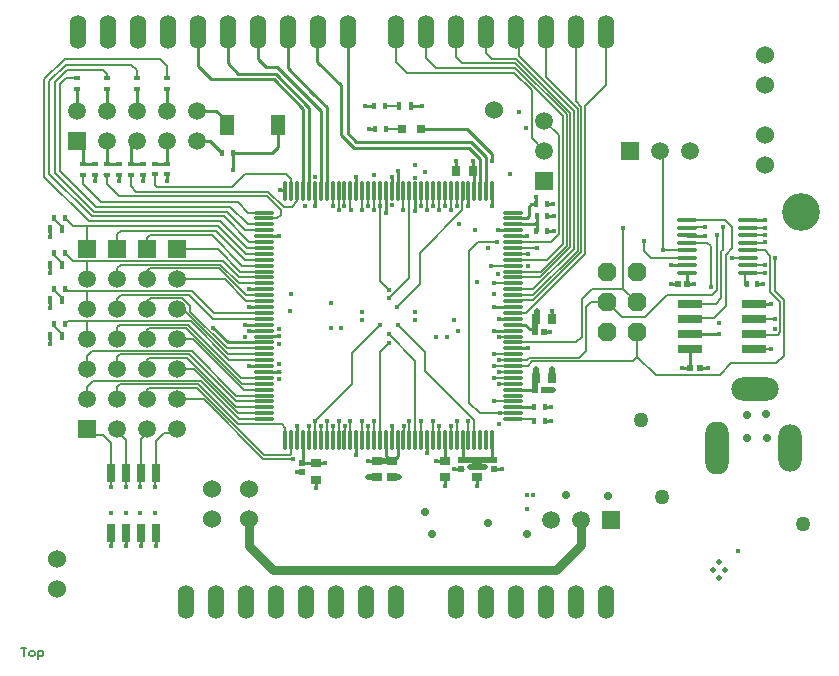
<source format=gtl>
%FSTAX25Y25*%
%MOIN*%
G70*
G01*
G75*
G04 Layer_Physical_Order=1*
G04 Layer_Color=255*
%ADD10O,0.01181X0.07087*%
%ADD11O,0.07087X0.01181*%
%ADD12O,0.07284X0.01378*%
%ADD13R,0.08071X0.02756*%
%ADD14R,0.01772X0.02165*%
%ADD15R,0.03150X0.03150*%
%ADD16R,0.01575X0.02559*%
%ADD17R,0.02992X0.06299*%
%ADD18R,0.04528X0.06693*%
%ADD19R,0.02165X0.01772*%
%ADD20R,0.02756X0.03543*%
%ADD21R,0.03543X0.02756*%
%ADD22R,0.02047X0.02047*%
%ADD23R,0.02047X0.02047*%
%ADD24C,0.00669*%
%ADD25C,0.00700*%
%ADD26C,0.01000*%
%ADD27C,0.03000*%
%ADD28C,0.00591*%
%ADD29C,0.00500*%
%ADD30C,0.02000*%
%ADD31C,0.06000*%
%ADD32O,0.07874X0.17716*%
%ADD33O,0.07874X0.15748*%
%ADD34O,0.15748X0.07874*%
%ADD35R,0.05906X0.05906*%
%ADD36C,0.05906*%
%ADD37R,0.05906X0.05906*%
%ADD38P,0.06711X8X112.5*%
%ADD39O,0.05600X0.11200*%
%ADD40C,0.12600*%
%ADD41C,0.01969*%
%ADD42C,0.01600*%
%ADD43C,0.02800*%
%ADD44C,0.01595*%
%ADD45C,0.05000*%
D10*
X018821Y0163924D02*
D03*
X0190179D02*
D03*
X0192147D02*
D03*
X0194116D02*
D03*
X0196084D02*
D03*
X0198053D02*
D03*
X0200021D02*
D03*
X020199D02*
D03*
X0203958D02*
D03*
X0205927D02*
D03*
X0207895D02*
D03*
X0209864D02*
D03*
X0211832D02*
D03*
X0213801D02*
D03*
X0215769D02*
D03*
X0217738D02*
D03*
X0219706D02*
D03*
X0221675D02*
D03*
X0223643D02*
D03*
X0225612D02*
D03*
X022758D02*
D03*
X0229549D02*
D03*
X0231517D02*
D03*
X0233486D02*
D03*
X0235454D02*
D03*
X0237423D02*
D03*
X0239391D02*
D03*
X024136D02*
D03*
X0243328D02*
D03*
X0245297D02*
D03*
X0247265D02*
D03*
X0249234D02*
D03*
X0251202D02*
D03*
X0253171D02*
D03*
X0255139D02*
D03*
X0257108D02*
D03*
Y0246994D02*
D03*
X0255139D02*
D03*
X0253171D02*
D03*
X0251202D02*
D03*
X0249234D02*
D03*
X0247265D02*
D03*
X0245297D02*
D03*
X0243328D02*
D03*
X024136D02*
D03*
X0239391D02*
D03*
X0237423D02*
D03*
X0235454D02*
D03*
X0233486D02*
D03*
X0231517D02*
D03*
X0229549D02*
D03*
X022758D02*
D03*
X0225612D02*
D03*
X0223643D02*
D03*
X0221675D02*
D03*
X0219706D02*
D03*
X0217738D02*
D03*
X0215769D02*
D03*
X0213801D02*
D03*
X0211832D02*
D03*
X0209864D02*
D03*
X0207895D02*
D03*
X0205927D02*
D03*
X0203958D02*
D03*
X020199D02*
D03*
X0200021D02*
D03*
X0198053D02*
D03*
X0196084D02*
D03*
X0194116D02*
D03*
X0192147D02*
D03*
X0190179D02*
D03*
X018821D02*
D03*
D11*
X0264194Y017101D02*
D03*
Y0172979D02*
D03*
Y0174947D02*
D03*
Y0176916D02*
D03*
Y0178884D02*
D03*
Y0180853D02*
D03*
Y0182821D02*
D03*
Y018479D02*
D03*
Y0186758D02*
D03*
Y0188727D02*
D03*
Y0190695D02*
D03*
Y0192664D02*
D03*
Y0194632D02*
D03*
Y0196601D02*
D03*
Y0198569D02*
D03*
Y0200538D02*
D03*
Y0202506D02*
D03*
Y0204475D02*
D03*
Y0206443D02*
D03*
Y0208412D02*
D03*
Y021038D02*
D03*
Y0212349D02*
D03*
Y0214317D02*
D03*
Y0216286D02*
D03*
Y0218254D02*
D03*
Y0220223D02*
D03*
Y0222191D02*
D03*
Y022416D02*
D03*
Y0226128D02*
D03*
Y0228097D02*
D03*
Y0230065D02*
D03*
Y0232034D02*
D03*
Y0234002D02*
D03*
Y0235971D02*
D03*
Y0237939D02*
D03*
Y0239908D02*
D03*
X0181124D02*
D03*
Y0237939D02*
D03*
Y0235971D02*
D03*
Y0234002D02*
D03*
Y0232034D02*
D03*
Y0230065D02*
D03*
Y0228097D02*
D03*
Y0226128D02*
D03*
Y022416D02*
D03*
Y0222191D02*
D03*
Y0220223D02*
D03*
Y0218254D02*
D03*
Y0216286D02*
D03*
Y0214317D02*
D03*
Y0212349D02*
D03*
Y021038D02*
D03*
Y0208412D02*
D03*
Y0206443D02*
D03*
Y0204475D02*
D03*
Y0202506D02*
D03*
Y0200538D02*
D03*
Y0198569D02*
D03*
Y0196601D02*
D03*
Y0194632D02*
D03*
Y0192664D02*
D03*
Y0190695D02*
D03*
Y0188727D02*
D03*
Y0186758D02*
D03*
Y018479D02*
D03*
Y0182821D02*
D03*
Y0180853D02*
D03*
Y0178884D02*
D03*
Y0176916D02*
D03*
Y0174947D02*
D03*
Y0172979D02*
D03*
Y017101D02*
D03*
D12*
X0342421Y0219892D02*
D03*
Y0222392D02*
D03*
Y0224892D02*
D03*
Y0227392D02*
D03*
Y0229892D02*
D03*
Y0232392D02*
D03*
Y0234892D02*
D03*
Y0237392D02*
D03*
X0321949Y0219892D02*
D03*
Y0222392D02*
D03*
Y0224892D02*
D03*
Y0227392D02*
D03*
Y0229892D02*
D03*
Y0232392D02*
D03*
Y0234892D02*
D03*
Y0237392D02*
D03*
D13*
X0344304Y0194506D02*
D03*
Y0199505D02*
D03*
Y0204505D02*
D03*
Y0209506D02*
D03*
X0323241Y0194506D02*
D03*
Y0199505D02*
D03*
Y0204505D02*
D03*
Y0209506D02*
D03*
D14*
X021811Y0267717D02*
D03*
X0221654D02*
D03*
X022126Y0275492D02*
D03*
X0217717D02*
D03*
X0342028Y0215945D02*
D03*
X0345571D02*
D03*
X0271928Y02387D02*
D03*
X0275472D02*
D03*
X0275372Y02336D02*
D03*
X0271828D02*
D03*
X0271228Y0175D02*
D03*
X0274772D02*
D03*
X0271228Y01703D02*
D03*
X0274772D02*
D03*
X02718Y02426D02*
D03*
X0275343D02*
D03*
X0167126Y0259744D02*
D03*
X0170669D02*
D03*
X0111221Y0238189D02*
D03*
X0114764D02*
D03*
X0111221Y0226378D02*
D03*
X0114764D02*
D03*
X0111221Y0214567D02*
D03*
X0114764D02*
D03*
X0111221Y0202756D02*
D03*
X0114764D02*
D03*
D15*
X0226965Y0267717D02*
D03*
X0233465D02*
D03*
D16*
X0113878Y0234252D02*
D03*
X0109744D02*
D03*
X0226083Y0275492D02*
D03*
X0230217D02*
D03*
X0109744Y0198819D02*
D03*
X0113878D02*
D03*
Y021063D02*
D03*
X0109744D02*
D03*
Y0222441D02*
D03*
X0113878D02*
D03*
D17*
X0130079Y0152913D02*
D03*
Y0132913D02*
D03*
X0135079Y0152913D02*
D03*
Y0132913D02*
D03*
X0140079Y0152913D02*
D03*
Y0132913D02*
D03*
X0145079Y0152913D02*
D03*
Y0132913D02*
D03*
D18*
X0185827Y0268996D02*
D03*
X0168701D02*
D03*
D19*
X01487Y0284772D02*
D03*
Y0281228D02*
D03*
X01387Y0284772D02*
D03*
Y0281228D02*
D03*
X01287Y0284772D02*
D03*
Y0281228D02*
D03*
X01187Y0284772D02*
D03*
Y0281228D02*
D03*
X01246Y0256072D02*
D03*
Y0252528D02*
D03*
X01326Y0256072D02*
D03*
Y0252528D02*
D03*
X01406Y0256043D02*
D03*
Y02525D02*
D03*
X01487Y0256143D02*
D03*
Y02526D02*
D03*
X01206Y0256072D02*
D03*
Y0252528D02*
D03*
X01286Y0256072D02*
D03*
Y0252528D02*
D03*
X01366Y0256043D02*
D03*
Y02525D02*
D03*
X01447Y0256143D02*
D03*
Y02526D02*
D03*
D20*
X0271644Y01849D02*
D03*
X0277156D02*
D03*
X0250656Y02539D02*
D03*
X0245144D02*
D03*
X0277156Y02043D02*
D03*
X0271644D02*
D03*
D21*
X02414Y0157156D02*
D03*
Y0151644D02*
D03*
X02187Y0157156D02*
D03*
Y0151644D02*
D03*
X02522Y0157156D02*
D03*
Y0151644D02*
D03*
X01985Y0156356D02*
D03*
Y0150844D02*
D03*
X02236Y0151644D02*
D03*
Y0157156D02*
D03*
D22*
X0274575Y02002D02*
D03*
X0271425D02*
D03*
X0274475Y01808D02*
D03*
X0271325D02*
D03*
X0323198Y0188206D02*
D03*
X0326347D02*
D03*
X0322074Y0215999D02*
D03*
X0318924D02*
D03*
D23*
X02468Y0154325D02*
D03*
Y0157475D02*
D03*
X01939Y0153325D02*
D03*
Y0156475D02*
D03*
X02579Y0154325D02*
D03*
Y0157475D02*
D03*
D24*
X0115354Y02875D02*
X01274D01*
X01114Y0283546D02*
X0115354Y02875D01*
X01114Y0253167D02*
Y0283546D01*
X0114961Y0289173D02*
X0136827D01*
X0109565Y0283778D02*
X0114961Y0289173D01*
X0109565Y0252639D02*
Y0283778D01*
X0114722Y02911D02*
X01463D01*
X0107874Y0284252D02*
X0114722Y02911D01*
X0107874Y025187D02*
Y0284252D01*
X0114988Y0284772D02*
X01187D01*
X01131Y0282884D02*
X0114988Y0284772D01*
X01131Y0253829D02*
Y0282884D01*
X0144882Y0152717D02*
X0145079Y0152913D01*
X0144882Y0148425D02*
Y0152717D01*
X01222Y0235433D02*
X0165748D01*
X011752D02*
X01222D01*
X0114764Y0238189D02*
X011752Y0235433D01*
X0187598Y0241831D02*
X0190331D01*
X01867Y02391D02*
Y0240761D01*
X0182185Y0245276D02*
X01867Y0240761D01*
X0132624Y0245276D02*
X0182185D01*
X0143209Y0232283D02*
X0163779D01*
X01422Y0231275D02*
X0143209Y0232283D01*
X01422Y02276D02*
Y0231275D01*
X0182579Y024685D02*
X0187598Y0241831D01*
X013855Y024685D02*
X0182579D01*
X0136827Y0289173D02*
X01387Y02873D01*
X0175643Y0235971D02*
X0181124D01*
X0169882Y0241732D02*
X0175643Y0235971D01*
X0125197Y0241732D02*
X0169882D01*
X0174758Y0234002D02*
X0181124D01*
X0168602Y0240158D02*
X0174758Y0234002D01*
X0124409Y0240158D02*
X0168602D01*
X0176234Y0230065D02*
X0181124D01*
X0175446Y0228097D02*
X0181124D01*
X01131Y0253829D02*
X0125197Y0241732D01*
X01114Y0253167D02*
X0124409Y0240158D01*
X01286Y02493D02*
X0132624Y0245276D01*
X01366Y02488D02*
X013855Y024685D01*
X0170425Y0248425D02*
X01748Y02528D01*
X0145275Y0248425D02*
X0170425D01*
X01447Y0249D02*
X0145275Y0248425D01*
X0172277Y0243307D02*
X0175677Y0239908D01*
X0126593Y0243307D02*
X0172277D01*
X01206Y02493D02*
X0126593Y0243307D01*
X0165748Y0235433D02*
X0175053Y0226128D01*
X0164961Y0233858D02*
X0174659Y022416D01*
X0133358Y0233858D02*
X0164961D01*
X01322Y02327D02*
X0133358Y0233858D01*
X0163779Y0232283D02*
X0173872Y0222191D01*
X0175053Y0226128D02*
X0181124D01*
X0174659Y022416D02*
X0181124D01*
X0173872Y0222191D02*
X0181124D01*
X0173084Y0220223D02*
X0181124D01*
X0165707Y02276D02*
X0173084Y0220223D01*
X01522Y02276D02*
X0165707D01*
X0264194Y0228097D02*
X0272082D01*
X0264194Y0226128D02*
X0269159D01*
X01287Y0284772D02*
Y02862D01*
X01274Y02875D02*
X01287Y02862D01*
X01487Y0284772D02*
Y02887D01*
X01387Y0284772D02*
Y02873D01*
X01286Y02493D02*
Y0252528D01*
X0185539Y0237939D02*
X01867Y02391D01*
X0181124Y0237939D02*
X0185539D01*
X0190331Y0241831D02*
X0192147Y0243647D01*
Y0246994D01*
X0188579Y02528D02*
X0190179Y02512D01*
Y0246994D02*
Y02512D01*
X01748Y02528D02*
X0188579D01*
X01206Y02493D02*
Y0252528D01*
X0175677Y0239908D02*
X0181124D01*
X01463Y02911D02*
X01487Y02887D01*
X01366Y02488D02*
Y02525D01*
X01447Y0249D02*
Y02526D01*
X01322Y02276D02*
Y02327D01*
X0121063Y0228737D02*
X01222Y02276D01*
Y0235433D01*
X0167717Y0238583D02*
X0176234Y0230065D01*
X0166535Y0237008D02*
X0175446Y0228097D01*
X0109565Y0252639D02*
X0123622Y0238583D01*
X0167717D01*
X0107874Y025187D02*
X0122736Y0237008D01*
X0166535D01*
X022126Y0275492D02*
X0226083D01*
X0221654Y0267717D02*
X022726D01*
X0227358Y0267618D01*
X0342421Y0229892D02*
X0347581D01*
X0347933Y0230244D01*
X0307776Y0227165D02*
Y0230315D01*
Y0227165D02*
X0310049Y0224892D01*
X0321949D01*
X0342421Y0222392D02*
X0347884D01*
X0347933Y0222342D01*
D25*
X03055Y0191819D02*
X0311591Y0185728D01*
X03055Y0191819D02*
Y02D01*
X0311591Y0185728D02*
X0332972D01*
X0266085Y0291986D02*
X0284413Y0273658D01*
X0275Y0285039D02*
X0285652Y0274387D01*
X0285Y0277008D02*
X0286891Y0275116D01*
X0265118Y02912D02*
X0283173Y0273145D01*
X0264865Y02897D02*
X0281934Y0272632D01*
X0264813Y0288D02*
X0280629Y0272184D01*
X0274508Y0270492D02*
X0279389Y0265611D01*
X0285Y0277008D02*
Y03D01*
X0275Y0285039D02*
Y03D01*
X0270374Y0264626D02*
Y0280686D01*
X0264544Y0286516D02*
X0270374Y0280686D01*
X0228584Y0286516D02*
X0264544D01*
X02385Y0288D02*
X0264813D01*
X02472Y02897D02*
X0264865D01*
X0257Y02912D02*
X0265118D01*
X0266085Y0291986D02*
Y0298915D01*
X0270374Y0264626D02*
X0274508Y0260492D01*
X0264194Y021038D02*
X0264404Y021059D01*
X0225Y02901D02*
X0228584Y0286516D01*
X0264194Y0190695D02*
X0268701D01*
X0259301Y0190695D02*
X0264194D01*
X0225Y02901D02*
Y03D01*
X0235Y02915D02*
X02385Y0288D01*
X0235Y02915D02*
Y03D01*
X0245Y02919D02*
X02472Y02897D01*
X0245Y02919D02*
Y03D01*
X0255Y02932D02*
X0257Y02912D01*
X0255Y02932D02*
Y03D01*
X0265D02*
X0266085Y0298915D01*
X0264194Y022416D02*
X0264235Y02242D01*
X0264194Y0188727D02*
X0269042D01*
X0270571Y0190256D01*
X0257801Y0188758D02*
X0264226D01*
X033703Y0224803D02*
X0342333D01*
X0342421Y0224892D01*
X0344326Y0204528D02*
X0351378D01*
X0344304Y0204505D02*
X0344326Y0204528D01*
X0268701Y0190695D02*
X0269501Y0191495D01*
X0332972Y0185728D02*
X033691Y0189665D01*
X0323241Y0204505D02*
X0323633Y0204898D01*
X0314301Y0227392D02*
X0321949D01*
X0314173Y0227264D02*
X0314301Y0227392D01*
X0323241Y0209506D02*
X0331588D01*
X0257801Y0192695D02*
X0264226D01*
X0334941Y0225886D02*
X0337106Y0228051D01*
Y0235138D01*
X0321949Y0237392D02*
X0334852D01*
X0337106Y0235138D01*
X0342471Y0234842D02*
X0347933D01*
X0342421Y0234892D02*
X0342471Y0234842D01*
X0342421Y0232392D02*
X034251Y023248D01*
X0347933D01*
X0314173Y0227264D02*
X0314189Y022728D01*
Y025959D01*
X0313248Y0260531D02*
X0314189Y025959D01*
X0321998Y0234941D02*
X0327953D01*
X0321949Y0234892D02*
X0321998Y0234941D01*
X0264194Y0196601D02*
X0285184D01*
X0269501Y0191495D02*
X028618D01*
X0285184Y0196601D02*
X0287008Y0198425D01*
Y0211122D01*
X028618Y0191495D02*
X0288484Y0193799D01*
Y0208366D01*
X0290118Y021D01*
X02955D01*
X0270571Y0190256D02*
X0303937D01*
X03055Y0191819D01*
X0307972Y020502D02*
X0315354Y0212402D01*
X0333957Y0227559D02*
Y0234252D01*
X0331588Y0209506D02*
X0333366Y0211283D01*
Y0226969D01*
X0333957Y0227559D01*
X0342421Y0219892D02*
X0347923D01*
X0347933Y0219882D01*
X033691Y0189665D02*
X035187D01*
X0354387Y0192183D01*
X0323633Y0204898D02*
X0331079D01*
X0334941Y020876D01*
Y0225886D01*
X0315354Y0212402D02*
X0330413D01*
X0331977Y0213965D01*
Y0232579D01*
X0341437Y021565D02*
X0341545Y0215758D01*
Y0219892D01*
X0288131Y0275532D02*
X0295Y0282402D01*
Y03D01*
X0264194Y0206443D02*
X0268451D01*
X0288131Y0226123D02*
Y0275532D01*
X0268451Y0206443D02*
X0288131Y0226123D01*
X0286891Y0226712D02*
Y0275116D01*
X0264404Y021059D02*
X0270769D01*
X0285652Y0227225D02*
Y0274387D01*
X0264194Y0212349D02*
X0270776D01*
X0270769Y021059D02*
X0286891Y0226712D01*
X0270776Y0212349D02*
X0285652Y0227225D01*
X0284413Y0227818D02*
Y0273658D01*
X0264194Y0214317D02*
X0270912D01*
X0283173Y0228369D02*
Y0273145D01*
X0264194Y0218254D02*
X0273058D01*
X0281934Y0228883D02*
Y0272632D01*
X0264194Y0220223D02*
X0273274D01*
X0270912Y0214317D02*
X0284413Y0227818D01*
X0273058Y0218254D02*
X0283173Y0228369D01*
X0273274Y0220223D02*
X0281934Y0228883D01*
X0264235Y02242D02*
X027548D01*
X0280629Y0229349D01*
Y0272184D01*
X0264194Y0230065D02*
X0276621D01*
X0279389Y0232834D01*
Y0265611D01*
X0287008Y0211122D02*
X0290453Y0214567D01*
X0300689D01*
Y0234842D01*
Y0214567D02*
X0305256Y021D01*
X03055D01*
X02955D02*
X030048Y020502D01*
X0307972D01*
X0354387Y0192183D02*
Y0210672D01*
X0351378Y0213681D02*
X0354387Y0210672D01*
X0351378Y0213681D02*
Y0224705D01*
D26*
X0345571Y0215945D02*
X0347399D01*
X0211122Y0261319D02*
X0249431D01*
X0206693Y0265748D02*
X0211122Y0261319D01*
X0206693Y0265748D02*
Y0282283D01*
X0209Y0266394D02*
Y03D01*
Y0266394D02*
X021191Y0263484D01*
X0250197D01*
X0198917Y0290059D02*
X0206693Y0282283D01*
X0130079Y0128661D02*
Y0132913D01*
X0135079Y0128661D02*
Y0132913D01*
X0140079Y0128661D02*
Y0132913D01*
X0145079Y0128661D02*
Y0132913D01*
X0109744Y0231594D02*
Y0234252D01*
Y0219783D02*
Y0222441D01*
Y0207972D02*
Y021063D01*
Y0196161D02*
Y0198819D01*
X0168936Y0196601D02*
X0181124D01*
X0164061Y0201476D02*
X0168936Y0196601D01*
X0170669Y0254134D02*
Y0259744D01*
X0183661D01*
X0185827Y026191D01*
Y0268996D01*
X016307Y02638D02*
X0167126Y0259744D01*
X01587Y02638D02*
X016307D01*
X0168701Y0268996D02*
Y0270276D01*
X0165176Y02738D02*
X0168701Y0270276D01*
X01587Y02738D02*
X0165176D01*
X0198917Y0299917D02*
X0199Y03D01*
X0198917Y0290059D02*
Y0299917D01*
X020199Y0246994D02*
Y0274967D01*
X0197461Y0279496D02*
X020199Y0274967D01*
X0197461Y0279496D02*
Y0279539D01*
X0189Y0288D02*
X0197461Y0279539D01*
X0200021Y0246994D02*
Y0273601D01*
X0185322Y02883D02*
X0200021Y0273601D01*
X0249431Y0261319D02*
X0253171Y0257579D01*
Y0246994D02*
Y0257579D01*
X019813Y0150984D02*
X0198425Y0150689D01*
Y014813D02*
Y0150689D01*
Y014813D02*
X01985Y0148205D01*
X01819Y02883D02*
X0185322D01*
X0196084Y0246994D02*
Y027488D01*
X0184941Y0286024D02*
X0196084Y027488D01*
X0172576Y0286024D02*
X0184941D01*
X0169Y02896D02*
X0172576Y0286024D01*
X018435Y0284252D02*
X0194116Y0274487D01*
X0163548Y0284252D02*
X018435D01*
X0159Y02888D02*
X0163548Y0284252D01*
X0194116Y0246994D02*
Y0274487D01*
X0198Y0246942D02*
X0198053Y0246994D01*
X0198Y02422D02*
Y0246942D01*
X02236Y0246954D02*
Y02518D01*
Y0246954D02*
X0223602Y0246953D01*
X0221685Y0239785D02*
Y0246984D01*
X02216Y02397D02*
X0221685Y0239785D01*
X0320472Y0188206D02*
X0323198D01*
X02444Y015435D02*
X0244425Y0154325D01*
X02473D01*
X02574D02*
X0260275D01*
X02603Y01543D01*
X0274772Y01703D02*
X02769D01*
X0274772Y0175D02*
X02769D01*
X0264194Y0174947D02*
X0264247Y0175D01*
X0271228D01*
X0259Y0234D02*
X0259002Y0234002D01*
X02694Y02388D02*
Y02418D01*
X02702Y02426D02*
X02718D01*
X02694Y02418D02*
X02702Y02426D01*
X0271871Y0235971D02*
X0272Y02361D01*
X0275372Y02336D02*
X02776D01*
X0275472Y02387D02*
X02777D01*
X0271828Y02336D02*
X0272Y0233772D01*
Y02361D01*
X0271928Y02387D02*
X0272Y0238628D01*
Y02361D02*
Y0238628D01*
X0268628Y0238028D02*
X02694Y02388D01*
X0264283Y0238028D02*
X0268628D01*
X0275343Y02426D02*
X0277572D01*
X0326347Y0188206D02*
X0329072D01*
X0264163Y0208443D02*
X0264194Y0208412D01*
X0257801Y0208443D02*
X0264163D01*
X0257108Y0242101D02*
Y0246994D01*
X0181155Y0232065D02*
X0186049D01*
X0211811Y0159031D02*
Y0163945D01*
X0241297Y0247015D02*
X0241318Y0247036D01*
X0264194Y0232034D02*
X02686D01*
X0264194Y0194632D02*
X0269088D01*
X0176198Y020838D02*
X0181092D01*
X0176198Y0200506D02*
X0181092D01*
X0211832Y0246994D02*
Y0251888D01*
X0211811Y0163945D02*
X0211832Y0163924D01*
X0235465Y01596D02*
Y0163934D01*
X0159Y02888D02*
Y03D01*
X0169Y02896D02*
Y03D01*
X0179Y02912D02*
Y03D01*
X017623Y0214317D02*
X0181124D01*
X0223685Y0163965D02*
Y0168859D01*
X0221675Y0158825D02*
Y0163924D01*
X0225602Y01588D02*
Y0163913D01*
X0192147Y0163924D02*
Y0168817D01*
X0191925Y0153325D02*
X019195Y01533D01*
X0191925Y0153325D02*
X01939D01*
X019195Y01533D02*
X0192D01*
X0221675Y0158825D02*
X0223Y01575D01*
X0224302D02*
X0225602Y01588D01*
X02384Y01572D02*
X0238444Y0157156D01*
X02414D01*
Y0163883D01*
X024136Y0163924D02*
X02414Y0163883D01*
Y0148688D02*
Y0151644D01*
X0241356Y0148644D02*
X02414Y0148688D01*
X0176273Y0188727D02*
X0181124D01*
X01762Y01888D02*
X0176273Y0188727D01*
X0180033Y0186758D02*
X0181124D01*
X0186458D01*
X01865Y02474D02*
X0187805D01*
X018821Y0246994D01*
X0225622Y0247036D02*
Y025343D01*
X022557Y0247036D02*
X0225622D01*
X0231507Y0240559D02*
Y0246984D01*
X0221612Y0246974D02*
X0221633Y0246953D01*
X0257838Y0200538D02*
X0264194D01*
X02578Y02005D02*
X0257838Y0200538D01*
X02157Y0151688D02*
X0215744Y0151644D01*
X02157Y01572D02*
X0215744Y0157156D01*
X02187D01*
X0223Y01575D02*
X0224302D01*
X0194019Y0156356D02*
X01985D01*
X0201544D01*
X0181124Y0198569D02*
X0181154Y01986D01*
X01862D01*
X0247265Y0158109D02*
Y0163924D01*
X0257108Y0158483D02*
Y0163924D01*
X02522Y01489D02*
Y0151644D01*
X0256125Y01575D02*
X0257108Y0158483D01*
X0271272Y0180853D02*
X0271325Y01808D01*
X0264194Y0202506D02*
X0268094D01*
X0269587Y0201013D01*
X0270613D01*
X0271425Y02002D02*
Y02002D01*
X0270613Y0201013D02*
X02714Y0200225D01*
X0264194Y0180853D02*
X0271325D01*
X0249234Y0242101D02*
Y0246994D01*
X0251202D02*
Y0253354D01*
X0250656Y02539D02*
X0251202Y0253354D01*
X0245144Y02539D02*
Y0257156D01*
X0259325Y0204475D02*
X0264194D01*
X0277156Y02043D02*
Y0207244D01*
X0274575Y02002D02*
X02764D01*
X02577Y02126D02*
Y02127D01*
X01187Y02738D02*
Y0281228D01*
X01287Y02738D02*
Y0281228D01*
X01387Y02738D02*
Y0281228D01*
X01487Y02738D02*
Y0281228D01*
X01187Y02638D02*
X01206Y02619D01*
Y0256072D02*
Y02619D01*
X01487Y02634D02*
X01496Y02643D01*
X01487Y0256143D02*
Y02634D01*
Y02638D01*
X01389Y02636D02*
X01396Y02643D01*
X01369Y0256343D02*
Y0262D01*
X01387Y02638D01*
X01366Y0256043D02*
X01369Y0256343D01*
X01447Y0256143D02*
X01487D01*
X01366Y0256043D02*
X01406D01*
X01286Y0256072D02*
X01326D01*
X01286Y02633D02*
X01296Y02643D01*
X01206Y0256072D02*
X01246D01*
X01286D02*
Y02633D01*
X01445Y02524D02*
X01447Y02526D01*
X01487Y0250472D02*
Y02526D01*
X01406Y0250372D02*
Y02525D01*
X01326Y02504D02*
Y0252528D01*
X01246Y02504D02*
Y0252528D01*
X01279Y0252647D02*
X01284Y0252147D01*
X0174688Y0202496D02*
X0181113D01*
X0194116Y0156691D02*
Y0163924D01*
X01939Y0156475D02*
X0194116Y0156691D01*
X0250656Y02539D02*
Y0257156D01*
X0189Y0288D02*
Y03D01*
X0179Y02912D02*
X01819Y02883D01*
X02718Y02426D02*
Y0245031D01*
X0271752Y0245079D02*
X02718Y0245031D01*
X0216043Y0267717D02*
X021811D01*
X0227358Y0267618D02*
X0227854D01*
X0250197Y0263484D02*
X0255139Y0258542D01*
Y0246994D02*
Y0258542D01*
X0248819Y0267618D02*
X0257185Y0259252D01*
Y0257185D02*
Y0259252D01*
X0214764Y0275492D02*
X0217717D01*
X0230217D02*
X0233661D01*
X0233858Y0267618D02*
X0248819D01*
X0344304Y0209506D02*
X0344346Y0209547D01*
X0350197D01*
X0322074Y0215999D02*
X0324453D01*
X0324508Y0215945D01*
X0321949Y0219892D02*
X0322172Y0219668D01*
Y0215802D02*
Y0219668D01*
X0316732Y0216043D02*
X0316776Y0215999D01*
X0318924D01*
X0332675Y0199505D02*
X0332677Y0199508D01*
X0323241Y0199505D02*
X0332675D01*
X0323198Y0188206D02*
Y0194462D01*
X0323241Y0194506D01*
X0322155Y0232185D02*
X0327953D01*
X0321949Y0232392D02*
X0322155Y0232185D01*
X0342421Y0237392D02*
X0347923D01*
X0347933Y0237402D01*
X0259002Y0234002D02*
X0264194D01*
Y0235971D02*
X0271871D01*
X0316781Y0222392D02*
X0321949D01*
X0316732Y0222441D02*
X0316781Y0222392D01*
D27*
X0175984Y012874D02*
X0183924Y01208D01*
X02784D01*
X0175984Y012874D02*
Y0137795D01*
X02867Y01291D02*
Y01375D01*
X02784Y01208D02*
X02867Y01291D01*
D28*
X0127559Y0165748D02*
X0130079Y0163228D01*
X0124052Y0165748D02*
X0127559D01*
X01222Y01676D02*
X0124052Y0165748D01*
X0129921Y0148425D02*
Y0152756D01*
X0150939Y0166339D02*
X01522Y01676D01*
X0147638Y0166339D02*
X0150939D01*
X0145079Y0163779D02*
X0147638Y0166339D01*
X0145079Y0152717D02*
Y0163779D01*
X0130079Y0152756D02*
Y0163228D01*
D29*
X0139764Y0152598D02*
X0140079Y0152913D01*
X0139764Y0148425D02*
Y0152598D01*
X0135079Y0148425D02*
Y0152913D01*
X0135039Y0148425D02*
X0135079Y0148465D01*
X0140079Y0164488D02*
X01422Y0166609D01*
Y01676D01*
X0140079Y0152913D02*
Y0164488D01*
X0135079Y0152913D02*
Y0164134D01*
X01322Y0167013D02*
X0135079Y0164134D01*
X01322Y0167013D02*
Y01676D01*
X0117421Y0223721D02*
X0122343D01*
X0114764Y0226378D02*
X0117421Y0223721D01*
X0114764Y0214567D02*
X0115631Y02137D01*
X0111221Y0237598D02*
X0113878Y0234941D01*
X0111221Y0225787D02*
X0113878Y022313D01*
X0111221Y0213976D02*
X0113878Y0211319D01*
X0111221Y0202165D02*
Y0202756D01*
Y0202165D02*
X0113878Y0199508D01*
Y0198819D02*
Y0199508D01*
X0115608Y02036D02*
X0122047D01*
X0114764Y0202756D02*
X0115608Y02036D01*
X0143317Y0211417D02*
X0153742D01*
X0168655Y0194632D02*
X0181124D01*
X0169049Y0192664D02*
X0181124D01*
X0154113Y02076D02*
X0169049Y0192664D01*
X01522Y02076D02*
X0154113D01*
X0209941Y0240647D02*
Y0240748D01*
X0209895Y0240601D02*
X0209941Y0240647D01*
X0158957Y0182677D02*
X0172348Y0169286D01*
X0133177Y0182677D02*
X0158957D01*
X01322Y01817D02*
X0133177Y0182677D01*
X0159941Y018376D02*
X0172691Y017101D01*
X012416Y018376D02*
X0159941D01*
X01222Y01818D02*
X012416Y018376D01*
X0142798Y0181398D02*
X0158661D01*
X01422Y01808D02*
X0142798Y0181398D01*
X0172348Y0169286D02*
X0187114D01*
X0189855Y0159055D02*
X0190179Y0159379D01*
X0156988Y0193799D02*
X0171903Y0178884D01*
X0123899Y0193799D02*
X0156988D01*
X01222Y01921D02*
X0123899Y0193799D01*
X0155709Y0202559D02*
X0173478Y018479D01*
X0133159Y0202559D02*
X0155709D01*
X01322Y02016D02*
X0133159Y0202559D01*
X0155118Y0201476D02*
X0173773Y0182821D01*
X0142876Y0201476D02*
X0155118D01*
X01422Y02008D02*
X0142876Y0201476D01*
X0173478Y018479D02*
X0181124D01*
X0173773Y0182821D02*
X0181124D01*
X0156102Y02125D02*
X0164128Y0204475D01*
X0133465Y02125D02*
X0156102D01*
X01322Y0211235D02*
X0133465Y02125D01*
X01322Y02076D02*
Y0211235D01*
X0164128Y0204475D02*
X0181124D01*
X01422Y02103D02*
X0143317Y0211417D01*
X0167379Y0223721D02*
X0172846Y0218254D01*
X0122343Y0223721D02*
X0167379D01*
X017525Y021038D02*
X0181124D01*
X016803Y02176D02*
X017525Y021038D01*
X01522Y02176D02*
X016803D01*
X0175053Y0212349D02*
X0181124D01*
X0165945Y0221457D02*
X0175053Y0212349D01*
X0166535Y0222539D02*
X0172789Y0216286D01*
X0133289Y0222539D02*
X0166535D01*
X01322Y022145D02*
X0133289Y0222539D01*
X0172789Y0216286D02*
X0181124D01*
X0133066Y0192717D02*
X0156102D01*
X01322Y019185D02*
X0133066Y0192717D01*
X0156102D02*
X0171903Y0176916D01*
X0181124D01*
X0155315Y0191535D02*
X0171903Y0174947D01*
X0142835Y0191535D02*
X0155315D01*
X0171903Y0174947D02*
X0181124D01*
X0115631Y02137D02*
X01572D01*
X0164457Y0206443D01*
X01422Y01909D02*
X0142835Y0191535D01*
X0190691Y0157809D02*
X01908Y01577D01*
X0169541Y0190695D02*
X0181124D01*
X0156636Y02036D02*
X0169541Y0190695D01*
X0122047Y02036D02*
X0156636D01*
X0174318Y01808D02*
X0181071D01*
X0157518Y01976D02*
X0174318Y01808D01*
X01522Y01976D02*
X0157518D01*
X0171903Y0178884D02*
X0181124D01*
X0172691Y017101D02*
X0181124D01*
X0172297Y0172979D02*
X0181124D01*
X0157676Y01876D02*
X0172297Y0172979D01*
X01522Y01876D02*
X0157676D01*
X01522Y01776D02*
X0160983D01*
X0264194Y0222254D02*
X0264215D01*
X02567Y02222D02*
X0256709Y0222191D01*
X0264194D01*
X0252921Y0172979D02*
X0264194D01*
X02494Y01765D02*
X0252921Y0172979D01*
X02523Y02301D02*
X02588D01*
X02494Y02272D02*
X02523Y02301D01*
X02709Y0170728D02*
X0270939Y017069D01*
X0264194Y017101D02*
X0271228D01*
X0257769Y0216286D02*
X0264194D01*
X0257769Y0176916D02*
X0264194D01*
X0259301Y0182821D02*
X0264194D01*
X0257801Y0184821D02*
X0264226D01*
X0259259Y0186717D02*
X0264153D01*
X0222659Y0199459D02*
X0231565Y0190554D01*
X0219659Y0163971D02*
Y0193559D01*
X0222659Y0196559D01*
Y0211341D02*
X0229549Y0218231D01*
Y0246994D01*
X0219706Y0217194D02*
X0222659Y0214241D01*
X0219706Y0217194D02*
Y0242101D01*
X0198063Y0170359D02*
X02105Y0182796D01*
Y0193224D01*
X0219712Y0202435D01*
X0198063Y0163934D02*
Y0170359D01*
X0251202Y0163924D02*
Y0170698D01*
X02347Y01872D02*
X0251202Y0170698D01*
X02347Y01872D02*
Y0193376D01*
X0225612Y0202465D02*
X02347Y0193376D01*
X0247234Y0240601D02*
Y0247026D01*
X02332Y0226567D02*
X0247234Y0240601D01*
X02332Y0215982D02*
Y0226567D01*
X0225583Y0208365D02*
X02332Y0215982D01*
X0204021Y0242101D02*
Y0247015D01*
X0205958Y0240601D02*
Y0247026D01*
X0209895Y0240601D02*
Y0247026D01*
X0213832Y0240601D02*
Y0247026D01*
X0215832Y0242101D02*
Y0247015D01*
X0217769Y0240601D02*
Y0247026D01*
X0233423Y0242101D02*
Y0247015D01*
X023936Y0240601D02*
Y0247026D01*
X0241402Y0242059D02*
Y0246953D01*
X0243297Y0240601D02*
Y0247026D01*
X0207895Y0242101D02*
Y0246994D01*
X0219706Y0242101D02*
Y0246994D01*
X0209822Y0247036D02*
X0209864Y0246994D01*
X021179Y0247036D02*
X0211801Y0247026D01*
X0213738Y0247015D02*
X0213759Y0247036D01*
X0215728D02*
X0215738Y0247026D01*
X0217696Y0247036D02*
X0217738Y0246994D01*
X0219665Y0247036D02*
X0219675Y0247026D01*
X0229507Y0247036D02*
X0229549Y0246994D01*
X0237423Y0242101D02*
Y0246994D01*
X0237381Y0247036D02*
X0237423Y0246994D01*
X023935Y0247036D02*
X023936Y0247026D01*
X0243287Y0247036D02*
X0243297Y0247026D01*
X0245297Y0242101D02*
Y0246994D01*
X0245255Y0247036D02*
X0245297Y0246994D01*
X0247224Y0247036D02*
X0247234Y0247026D01*
X0249234Y0163924D02*
X0249244Y0163934D01*
Y0170359D01*
X0245297Y0163924D02*
X0245307Y0163934D01*
Y0170359D01*
X0243307Y0163945D02*
X0243328Y0163924D01*
X0243307Y0163945D02*
Y0168859D01*
X0239391Y0163924D02*
X0239433Y0163965D01*
Y0168859D01*
X0237423Y0163924D02*
X0237433Y0163934D01*
Y0170359D01*
X0233486Y0163924D02*
X0233496Y0163934D01*
Y0170359D01*
X0229549Y0163924D02*
X0229559Y0163934D01*
Y0170359D01*
X022758Y0163924D02*
X0227622Y0163965D01*
Y0168859D01*
X0217738Y0163924D02*
X0217748Y0163934D01*
Y0170359D01*
X0215769Y0163924D02*
X0215811Y0163965D01*
Y0168859D01*
X0213801Y0163924D02*
X0213811Y0163934D01*
Y0170359D01*
X0209864Y0163924D02*
X0209874Y0163934D01*
Y0170359D01*
X0207895Y0163924D02*
X0207937Y0163965D01*
Y0168859D01*
X0205927Y0163924D02*
X0205937Y0163934D01*
Y0170359D01*
X0203937Y0163945D02*
X0203958Y0163924D01*
X0203937Y0163945D02*
Y0168859D01*
X020199Y0163924D02*
X0202Y0163934D01*
Y0170359D01*
X0200021Y0163924D02*
X0200063Y0163965D01*
Y0168859D01*
X0219659Y0163971D02*
X0219706Y0163924D01*
X0231459Y0163982D02*
X0231517Y0163924D01*
X0231565Y0163971D02*
Y0190554D01*
X0223602Y0246953D02*
X0223612Y0246963D01*
X0233423Y0242101D02*
X0233424Y02421D01*
X02339D01*
X0235423Y0240601D02*
X023545Y0240628D01*
Y0246999D01*
X0235413Y0247036D02*
X023545Y0246999D01*
X0227539Y0247036D02*
X0227549Y0247026D01*
Y0240601D02*
Y0247026D01*
X02494Y01765D02*
Y02272D01*
X0264194Y0198569D02*
X0264225Y01986D01*
X02627Y01984D02*
X0264194D01*
X025932Y0198569D02*
X0264194D01*
X01322Y02176D02*
Y022145D01*
X0172846Y0218254D02*
X0181124D01*
X01222Y02076D02*
Y0213547D01*
X01422Y02076D02*
Y02103D01*
X01322Y01976D02*
Y02016D01*
X0180228Y0180853D02*
X0181124D01*
X01422Y01976D02*
Y02008D01*
X0181071Y01808D02*
X0181124Y0180853D01*
X01222Y01876D02*
Y01921D01*
X01322Y01876D02*
Y019185D01*
X01422Y01876D02*
Y01909D01*
X0164457Y0206443D02*
X0181124D01*
X01222Y01776D02*
Y01818D01*
X01322Y01776D02*
Y01817D01*
X01422Y01776D02*
Y01808D01*
X0187114Y0169286D02*
X018821Y016819D01*
Y0163924D02*
Y016819D01*
X0190179Y0159379D02*
Y0163924D01*
X0196Y0164008D02*
Y01688D01*
Y0164008D02*
X0196084Y0163924D01*
X0160983Y01776D02*
X0180774Y0157809D01*
X0181004Y0159055D02*
X0189855D01*
X0180774Y0157809D02*
X0190691D01*
X01222Y01976D02*
Y0203447D01*
X0122047Y02036D02*
X01222Y0203447D01*
Y02176D02*
Y0223578D01*
X0122343Y0223721D01*
X0158661Y0181398D02*
X0181004Y0159055D01*
X0156496Y0206791D02*
X0168655Y0194632D01*
X0156496Y0206791D02*
Y0208663D01*
X0153742Y0211417D02*
X0156496Y0208663D01*
X01422Y02176D02*
Y0220547D01*
X014311Y0221457D01*
X0165945D01*
X0344304Y0194506D02*
X035018D01*
X0350197Y0194488D01*
X0321949Y0229892D02*
X032877D01*
X0329921Y022874D01*
Y0215059D02*
Y022874D01*
X0344304Y0199505D02*
X0344611Y0199198D01*
X0352348D01*
X0353248Y0200098D01*
Y0210025D01*
X0349789Y0213484D02*
X0353248Y0210025D01*
X0349789Y0213484D02*
Y0225576D01*
X0342421Y0227392D02*
X0347973D01*
X0349789Y0225576D01*
X01Y0094768D02*
X0101866D01*
X0100933D01*
Y0091969D01*
X0103266D02*
X0104199D01*
X0104665Y0092435D01*
Y0093368D01*
X0104199Y0093835D01*
X0103266D01*
X0102799Y0093368D01*
Y0092435D01*
X0103266Y0091969D01*
X0105598Y0091035D02*
Y0093835D01*
X0106998D01*
X0107464Y0093368D01*
Y0092435D01*
X0106998Y0091969D01*
X0105598D01*
D30*
X02187Y0157156D02*
X02236D01*
X02236Y0151644D02*
X0226044D01*
X02261Y01517D01*
X0215744Y0151644D02*
X02187D01*
X02522Y0155156D02*
Y0157156D01*
X0251881Y0157475D02*
X02522Y0157156D01*
X02468Y0157475D02*
X0251881D01*
X02579D01*
X02522Y0155156D02*
X0254756D01*
X0249644D02*
X02522D01*
X0271644Y01849D02*
Y0187889D01*
X0271325Y0184581D02*
X0271644Y01849D01*
X0277156D02*
Y0187889D01*
X0274475Y01808D02*
X0277464D01*
X0271949Y0204232D02*
Y0207176D01*
X02714Y0200225D02*
Y0204056D01*
X0271949Y0204232D01*
X0271325Y0180853D02*
Y0184581D01*
D31*
X0257776Y0274114D02*
D03*
X0112205Y0114409D02*
D03*
Y0124409D02*
D03*
X0175984Y0137795D02*
D03*
Y0147795D02*
D03*
X0163863Y0137833D02*
D03*
Y0147833D02*
D03*
X034813Y0255787D02*
D03*
Y0265787D02*
D03*
Y028252D02*
D03*
Y029252D02*
D03*
D32*
X0332063Y01614D02*
D03*
D33*
X0356472D02*
D03*
D34*
X0344661Y0181085D02*
D03*
D35*
X01187Y02638D02*
D03*
X01222Y01676D02*
D03*
X02967Y01375D02*
D03*
X0303248Y0260531D02*
D03*
D36*
X01187Y02738D02*
D03*
X01287Y02638D02*
D03*
Y02738D02*
D03*
X01387Y02638D02*
D03*
Y02738D02*
D03*
X01487Y02638D02*
D03*
Y02738D02*
D03*
X01587Y02638D02*
D03*
Y02738D02*
D03*
X01222Y01776D02*
D03*
Y01876D02*
D03*
Y01976D02*
D03*
Y02076D02*
D03*
Y02176D02*
D03*
X01522Y01676D02*
D03*
X01422D02*
D03*
X01322D02*
D03*
X0274508Y0260492D02*
D03*
Y0270492D02*
D03*
X01322Y02176D02*
D03*
Y02076D02*
D03*
Y01976D02*
D03*
Y01876D02*
D03*
Y01776D02*
D03*
X01522D02*
D03*
Y01876D02*
D03*
Y01976D02*
D03*
Y02076D02*
D03*
Y02176D02*
D03*
X01422D02*
D03*
Y02076D02*
D03*
Y01976D02*
D03*
Y01876D02*
D03*
Y01776D02*
D03*
X02867Y01375D02*
D03*
X02767D02*
D03*
X0323248Y0260531D02*
D03*
X0313248D02*
D03*
D37*
X01222Y02276D02*
D03*
X0274508Y0250492D02*
D03*
X01322Y02276D02*
D03*
X01522D02*
D03*
X01422D02*
D03*
D38*
X03055Y02D02*
D03*
X02955D02*
D03*
X03055Y021D02*
D03*
X02955D02*
D03*
X03055Y022D02*
D03*
X02955D02*
D03*
D39*
X0119Y03D02*
D03*
X0129D02*
D03*
X0139D02*
D03*
X0149D02*
D03*
X0159D02*
D03*
X0169D02*
D03*
X0179D02*
D03*
X0189D02*
D03*
X0199D02*
D03*
X0209D02*
D03*
X0225D02*
D03*
X0235D02*
D03*
X0245D02*
D03*
X0255D02*
D03*
X0265D02*
D03*
X0275D02*
D03*
X0285D02*
D03*
X0295D02*
D03*
Y011D02*
D03*
X0285D02*
D03*
X0275D02*
D03*
X0265D02*
D03*
X0255D02*
D03*
X0245D02*
D03*
X0155D02*
D03*
X0165D02*
D03*
X0175D02*
D03*
X0185D02*
D03*
X0195D02*
D03*
X0205D02*
D03*
X0215D02*
D03*
X0225D02*
D03*
D40*
X036Y024D02*
D03*
D41*
X03327Y0117944D02*
D03*
Y0123456D02*
D03*
X0330732Y01207D02*
D03*
X0334668D02*
D03*
D42*
X0347399Y0215945D02*
D03*
X0130079Y0128661D02*
D03*
X0135079D02*
D03*
X0140079D02*
D03*
X0145079D02*
D03*
X0144882Y0139764D02*
D03*
X0139764D02*
D03*
X0135039D02*
D03*
X0129921D02*
D03*
X0144882Y0148425D02*
D03*
X0139764D02*
D03*
X0135039D02*
D03*
X0129921D02*
D03*
X0109744Y0231594D02*
D03*
Y0219783D02*
D03*
Y0207972D02*
D03*
Y0196161D02*
D03*
X0164061Y0201476D02*
D03*
X0170669Y0254134D02*
D03*
X0231496Y0206791D02*
D03*
X0209941Y0240748D02*
D03*
X0217913Y0252264D02*
D03*
X0198425Y014813D02*
D03*
X01908Y01577D02*
D03*
X02593Y01695D02*
D03*
X0259Y0219325D02*
D03*
X02216Y02397D02*
D03*
X02236Y02425D02*
D03*
X0320472Y0188206D02*
D03*
X02444Y015435D02*
D03*
X02603Y01543D02*
D03*
X02598Y01731D02*
D03*
X02769Y01703D02*
D03*
Y0175D02*
D03*
X02556Y02281D02*
D03*
X02385Y01983D02*
D03*
X0242D02*
D03*
X0244525Y0203975D02*
D03*
X02688Y0141219D02*
D03*
X0270844Y01456D02*
D03*
X02687Y01456D02*
D03*
X03392Y01271D02*
D03*
X02777Y02387D02*
D03*
X0272Y02361D02*
D03*
X02686Y0232D02*
D03*
X0277572Y02426D02*
D03*
X0332684Y0203058D02*
D03*
X0329072Y0188206D02*
D03*
X0269159Y0226128D02*
D03*
X0272082Y0228097D02*
D03*
X0269088Y0194632D02*
D03*
X0252Y02168D02*
D03*
X0257108Y0242101D02*
D03*
X0186049Y0232065D02*
D03*
X0257769Y0216286D02*
D03*
Y0176916D02*
D03*
X0259301Y0182821D02*
D03*
X0257801Y0188758D02*
D03*
Y0184821D02*
D03*
Y0208443D02*
D03*
X0259301Y0186821D02*
D03*
Y0190695D02*
D03*
X0257801Y0192695D02*
D03*
X0198063Y0170359D02*
D03*
X0211811Y0159031D02*
D03*
X0204021Y0242101D02*
D03*
X0205958Y0240601D02*
D03*
X0207895Y0242101D02*
D03*
X0219706D02*
D03*
X0217769Y0240601D02*
D03*
X0213832D02*
D03*
X0215832Y0242101D02*
D03*
X0235423Y0240601D02*
D03*
X0237423Y0242101D02*
D03*
X023936Y0240601D02*
D03*
X0243297D02*
D03*
X0241297Y0242101D02*
D03*
X0245297D02*
D03*
X0203318Y0209618D02*
D03*
Y0201418D02*
D03*
X0206818D02*
D03*
X0211832Y0251888D02*
D03*
X0174688Y0202496D02*
D03*
X0259Y0234D02*
D03*
X0233496Y0170359D02*
D03*
X0237433D02*
D03*
X0239433Y0168859D02*
D03*
X0249244Y0170359D02*
D03*
X0245307D02*
D03*
X0243307Y0168859D02*
D03*
X0215811D02*
D03*
X0213811Y0170359D02*
D03*
X0217748D02*
D03*
X0209874D02*
D03*
X0207937Y0168859D02*
D03*
X0231459Y0204059D02*
D03*
X0222659Y0196559D02*
D03*
Y0199459D02*
D03*
X0222635Y0211288D02*
D03*
X0222659Y0214241D02*
D03*
X0213859Y0206759D02*
D03*
X0225612Y0202465D02*
D03*
X0219712Y0202435D02*
D03*
X0225583Y0208365D02*
D03*
X0200063Y0168859D02*
D03*
X0202Y0170359D02*
D03*
X0205937D02*
D03*
X0203937Y0168859D02*
D03*
X0213859Y0204059D02*
D03*
X0229559Y0170359D02*
D03*
X0227622Y0168859D02*
D03*
X0223685D02*
D03*
X0192147Y0168817D02*
D03*
X0192Y01533D02*
D03*
X02384Y01572D02*
D03*
X0241356Y0148644D02*
D03*
X01862Y01893D02*
D03*
Y0196219D02*
D03*
X0225622Y0253625D02*
D03*
X01865Y02474D02*
D03*
X01948Y02421D02*
D03*
X02314Y02558D02*
D03*
X0233424Y02421D02*
D03*
X0198Y02517D02*
D03*
X0231525Y0251465D02*
D03*
X0227549Y0240601D02*
D03*
X0234675Y0253475D02*
D03*
X02588Y02301D02*
D03*
X02578Y02005D02*
D03*
X0245719Y02005D02*
D03*
X02691Y02222D02*
D03*
X02157Y0151688D02*
D03*
Y01572D02*
D03*
X0201544Y0156356D02*
D03*
X02261Y01517D02*
D03*
X019Y02127D02*
D03*
X01897Y0207125D02*
D03*
X01862Y0184419D02*
D03*
Y0186758D02*
D03*
Y02011D02*
D03*
Y01986D02*
D03*
X0254756Y0155156D02*
D03*
X0249644D02*
D03*
X0235465Y01596D02*
D03*
X02522Y01489D02*
D03*
X0271644Y0187889D02*
D03*
X0277156D02*
D03*
X0277464Y01808D02*
D03*
X025932Y0198569D02*
D03*
X0271949Y0207176D02*
D03*
X0249234Y0242101D02*
D03*
X0245144Y0257156D02*
D03*
X0259325Y0204475D02*
D03*
X0277156Y0207244D02*
D03*
X02764Y02002D02*
D03*
X02577Y02127D02*
D03*
X0246225Y0236175D02*
D03*
X01406Y0250372D02*
D03*
X01326Y02504D02*
D03*
X01246D02*
D03*
X01487Y0250472D02*
D03*
X01747Y01985D02*
D03*
X0196Y01688D02*
D03*
X0250656Y0257156D02*
D03*
X025145Y02341D02*
D03*
X0271752Y0245079D02*
D03*
X026309Y0252854D02*
D03*
X0257185Y0257185D02*
D03*
X0216043Y0267717D02*
D03*
X0268504Y026811D02*
D03*
X0265945Y0273425D02*
D03*
X0214764Y0275492D02*
D03*
X0233661D02*
D03*
X0350197Y0209547D02*
D03*
Y0194488D02*
D03*
X0324508Y0215945D02*
D03*
X0316732Y0216043D02*
D03*
X0332677Y0199508D02*
D03*
X0351476Y0201181D02*
D03*
X0351378Y0204528D02*
D03*
X033703Y0224803D02*
D03*
X0327953Y0232185D02*
D03*
X0347933Y0234842D02*
D03*
Y023248D02*
D03*
Y0229921D02*
D03*
X0314173Y0227264D02*
D03*
X0347933Y0237402D02*
D03*
X0333957Y0234941D02*
D03*
X02776Y02336D02*
D03*
X0307776Y0230315D02*
D03*
X0332Y0232382D02*
D03*
X0327953Y0234941D02*
D03*
X0300689Y0234842D02*
D03*
X0347933Y0222342D02*
D03*
X0329921Y0215059D02*
D03*
X0347933Y0219882D02*
D03*
X0316732Y0222441D02*
D03*
X0351378Y0224705D02*
D03*
D43*
X0348721Y0164764D02*
D03*
X0342224Y0164665D02*
D03*
X0348425Y0172638D02*
D03*
X0342224Y0172539D02*
D03*
X02688Y01327D02*
D03*
X02819Y01456D02*
D03*
X02556Y01364D02*
D03*
X0295625Y01454D02*
D03*
X02372Y01326D02*
D03*
X02348Y01402D02*
D03*
D44*
X0231507Y0240559D02*
D03*
X02236Y02518D02*
D03*
X02567Y02222D02*
D03*
X017623Y0214317D02*
D03*
X0176198Y020838D02*
D03*
X01762Y01888D02*
D03*
X0198Y02422D02*
D03*
X0176198Y0200506D02*
D03*
D45*
X0306815Y0170855D02*
D03*
X0360701Y0136199D02*
D03*
X03138Y01451D02*
D03*
M02*

</source>
